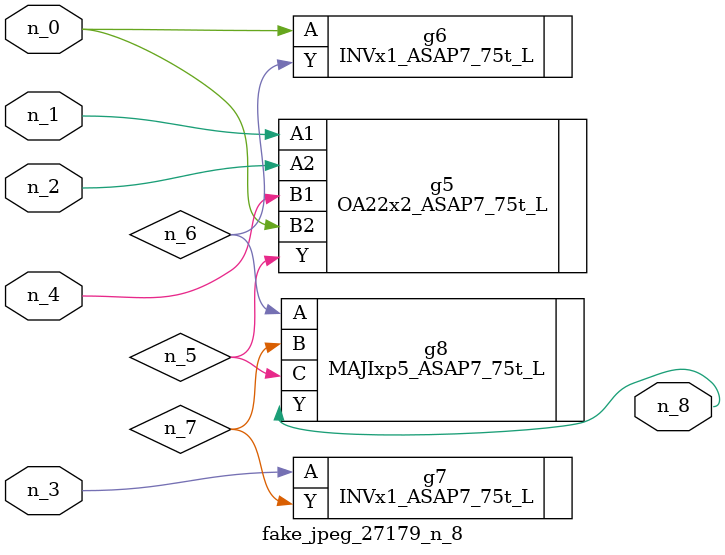
<source format=v>
module fake_jpeg_27179_n_8 (n_3, n_2, n_1, n_0, n_4, n_8);

input n_3;
input n_2;
input n_1;
input n_0;
input n_4;

output n_8;

wire n_6;
wire n_5;
wire n_7;

OA22x2_ASAP7_75t_L g5 ( 
.A1(n_1),
.A2(n_2),
.B1(n_4),
.B2(n_0),
.Y(n_5)
);

INVx1_ASAP7_75t_L g6 ( 
.A(n_0),
.Y(n_6)
);

INVx1_ASAP7_75t_L g7 ( 
.A(n_3),
.Y(n_7)
);

MAJIxp5_ASAP7_75t_L g8 ( 
.A(n_6),
.B(n_7),
.C(n_5),
.Y(n_8)
);


endmodule
</source>
